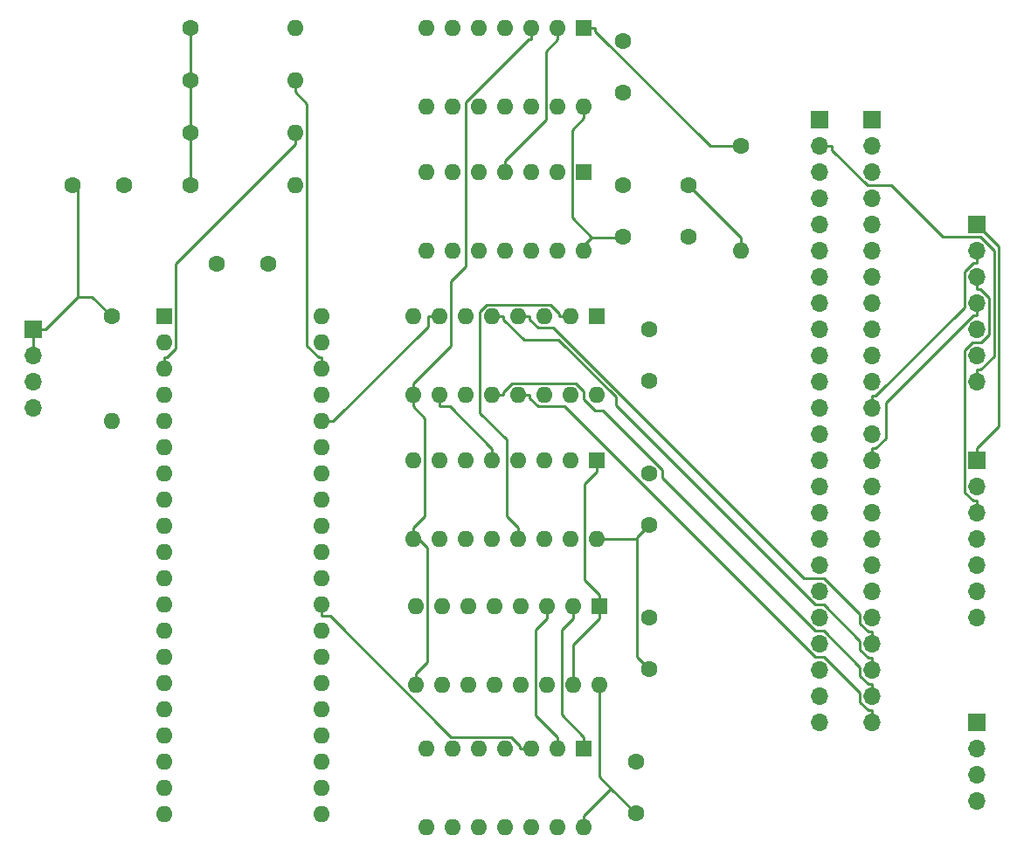
<source format=gbr>
%TF.GenerationSoftware,KiCad,Pcbnew,(5.1.6)-1*%
%TF.CreationDate,2020-08-06T22:00:50+02:00*%
%TF.ProjectId,Nes Sound Expansion,4e657320-536f-4756-9e64-20457870616e,rev?*%
%TF.SameCoordinates,Original*%
%TF.FileFunction,Copper,L2,Bot*%
%TF.FilePolarity,Positive*%
%FSLAX46Y46*%
G04 Gerber Fmt 4.6, Leading zero omitted, Abs format (unit mm)*
G04 Created by KiCad (PCBNEW (5.1.6)-1) date 2020-08-06 22:00:50*
%MOMM*%
%LPD*%
G01*
G04 APERTURE LIST*
%TA.AperFunction,ComponentPad*%
%ADD10O,1.700000X1.700000*%
%TD*%
%TA.AperFunction,ComponentPad*%
%ADD11R,1.700000X1.700000*%
%TD*%
%TA.AperFunction,ComponentPad*%
%ADD12O,1.600000X1.600000*%
%TD*%
%TA.AperFunction,ComponentPad*%
%ADD13R,1.600000X1.600000*%
%TD*%
%TA.AperFunction,ComponentPad*%
%ADD14C,1.600000*%
%TD*%
%TA.AperFunction,Conductor*%
%ADD15C,0.250000*%
%TD*%
G04 APERTURE END LIST*
D10*
%TO.P,J6,4*%
%TO.N,Net-(J6-Pad4)*%
X195580000Y-116840000D03*
%TO.P,J6,3*%
%TO.N,Net-(J6-Pad3)*%
X195580000Y-114300000D03*
%TO.P,J6,2*%
%TO.N,Net-(J6-Pad2)*%
X195580000Y-111760000D03*
D11*
%TO.P,J6,1*%
%TO.N,Net-(J6-Pad1)*%
X195580000Y-109220000D03*
%TD*%
D10*
%TO.P,J5,4*%
%TO.N,GND*%
X104140000Y-78740000D03*
%TO.P,J5,3*%
X104140000Y-76200000D03*
%TO.P,J5,2*%
%TO.N,Net-(C1-Pad1)*%
X104140000Y-73660000D03*
D11*
%TO.P,J5,1*%
X104140000Y-71120000D03*
%TD*%
D12*
%TO.P,U7,14*%
%TO.N,+5V*%
X157480000Y-49530000D03*
%TO.P,U7,7*%
%TO.N,GND*%
X142240000Y-41910000D03*
%TO.P,U7,13*%
%TO.N,N/C*%
X154940000Y-49530000D03*
%TO.P,U7,6*%
X144780000Y-41910000D03*
%TO.P,U7,12*%
X152400000Y-49530000D03*
%TO.P,U7,5*%
X147320000Y-41910000D03*
%TO.P,U7,11*%
X149860000Y-49530000D03*
%TO.P,U7,4*%
X149860000Y-41910000D03*
%TO.P,U7,10*%
X147320000Y-49530000D03*
%TO.P,U7,3*%
%TO.N,Net-(U1-Pad9)*%
X152400000Y-41910000D03*
%TO.P,U7,9*%
%TO.N,N/C*%
X144780000Y-49530000D03*
%TO.P,U7,2*%
%TO.N,Net-(U6-Pad4)*%
X154940000Y-41910000D03*
%TO.P,U7,8*%
%TO.N,N/C*%
X142240000Y-49530000D03*
D13*
%TO.P,U7,1*%
%TO.N,Net-(J1-Pad4)*%
X157480000Y-41910000D03*
%TD*%
D12*
%TO.P,U6,14*%
%TO.N,+5V*%
X157480000Y-63500000D03*
%TO.P,U6,7*%
%TO.N,GND*%
X142240000Y-55880000D03*
%TO.P,U6,13*%
%TO.N,N/C*%
X154940000Y-63500000D03*
%TO.P,U6,6*%
%TO.N,Net-(U6-Pad3)*%
X144780000Y-55880000D03*
%TO.P,U6,12*%
%TO.N,N/C*%
X152400000Y-63500000D03*
%TO.P,U6,5*%
%TO.N,Net-(U6-Pad3)*%
X147320000Y-55880000D03*
%TO.P,U6,11*%
%TO.N,N/C*%
X149860000Y-63500000D03*
%TO.P,U6,4*%
%TO.N,Net-(U6-Pad4)*%
X149860000Y-55880000D03*
%TO.P,U6,10*%
%TO.N,N/C*%
X147320000Y-63500000D03*
%TO.P,U6,3*%
%TO.N,Net-(U6-Pad3)*%
X152400000Y-55880000D03*
%TO.P,U6,9*%
%TO.N,N/C*%
X144780000Y-63500000D03*
%TO.P,U6,2*%
%TO.N,Net-(C7-Pad1)*%
X154940000Y-55880000D03*
%TO.P,U6,8*%
%TO.N,N/C*%
X142240000Y-63500000D03*
D13*
%TO.P,U6,1*%
%TO.N,Net-(C7-Pad1)*%
X157480000Y-55880000D03*
%TD*%
D12*
%TO.P,U5,16*%
%TO.N,+5V*%
X159000000Y-105590000D03*
%TO.P,U5,8*%
%TO.N,GND*%
X141220000Y-97970000D03*
%TO.P,U5,15*%
%TO.N,Net-(U1-Pad1)*%
X156460000Y-105590000D03*
%TO.P,U5,7*%
%TO.N,Net-(U5-Pad7)*%
X143760000Y-97970000D03*
%TO.P,U5,14*%
%TO.N,Net-(U5-Pad14)*%
X153920000Y-105590000D03*
%TO.P,U5,6*%
%TO.N,Net-(U5-Pad6)*%
X146300000Y-97970000D03*
%TO.P,U5,13*%
%TO.N,Net-(U5-Pad10)*%
X151380000Y-105590000D03*
%TO.P,U5,5*%
%TO.N,Net-(U4-Pad1)*%
X148840000Y-97970000D03*
%TO.P,U5,12*%
%TO.N,+5V*%
X148840000Y-105590000D03*
%TO.P,U5,4*%
%TO.N,Net-(J1-Pad5)*%
X151380000Y-97970000D03*
%TO.P,U5,11*%
%TO.N,Net-(U5-Pad11)*%
X146300000Y-105590000D03*
%TO.P,U5,3*%
%TO.N,Net-(U3-Pad27)*%
X153920000Y-97970000D03*
%TO.P,U5,10*%
%TO.N,Net-(U5-Pad10)*%
X143760000Y-105590000D03*
%TO.P,U5,2*%
%TO.N,Net-(U4-Pad1)*%
X156460000Y-97970000D03*
%TO.P,U5,9*%
%TO.N,Net-(U1-Pad9)*%
X141220000Y-105590000D03*
D13*
%TO.P,U5,1*%
%TO.N,Net-(U1-Pad1)*%
X159000000Y-97970000D03*
%TD*%
D12*
%TO.P,U4,14*%
%TO.N,+5V*%
X157480000Y-119380000D03*
%TO.P,U4,7*%
%TO.N,GND*%
X142240000Y-111760000D03*
%TO.P,U4,13*%
%TO.N,N/C*%
X154940000Y-119380000D03*
%TO.P,U4,6*%
X144780000Y-111760000D03*
%TO.P,U4,12*%
X152400000Y-119380000D03*
%TO.P,U4,5*%
X147320000Y-111760000D03*
%TO.P,U4,11*%
X149860000Y-119380000D03*
%TO.P,U4,4*%
X149860000Y-111760000D03*
%TO.P,U4,10*%
X147320000Y-119380000D03*
%TO.P,U4,3*%
%TO.N,Net-(U3-Pad29)*%
X152400000Y-111760000D03*
%TO.P,U4,9*%
%TO.N,N/C*%
X144780000Y-119380000D03*
%TO.P,U4,2*%
%TO.N,Net-(U3-Pad27)*%
X154940000Y-111760000D03*
%TO.P,U4,8*%
%TO.N,N/C*%
X142240000Y-119380000D03*
D13*
%TO.P,U4,1*%
%TO.N,Net-(U4-Pad1)*%
X157480000Y-111760000D03*
%TD*%
D12*
%TO.P,U2,16*%
%TO.N,+5V*%
X158750000Y-91440000D03*
%TO.P,U2,8*%
%TO.N,GND*%
X140970000Y-83820000D03*
%TO.P,U2,15*%
%TO.N,Net-(U2-Pad15)*%
X156210000Y-91440000D03*
%TO.P,U2,7*%
%TO.N,Net-(U2-Pad7)*%
X143510000Y-83820000D03*
%TO.P,U2,14*%
%TO.N,Net-(U2-Pad14)*%
X153670000Y-91440000D03*
%TO.P,U2,6*%
%TO.N,Net-(U2-Pad6)*%
X146050000Y-83820000D03*
%TO.P,U2,13*%
%TO.N,Net-(U1-Pad2)*%
X151130000Y-91440000D03*
%TO.P,U2,5*%
%TO.N,Net-(U1-Pad10)*%
X148590000Y-83820000D03*
%TO.P,U2,12*%
%TO.N,Net-(U1-Pad7)*%
X148590000Y-91440000D03*
%TO.P,U2,4*%
%TO.N,Net-(U1-Pad15)*%
X151130000Y-83820000D03*
%TO.P,U2,11*%
%TO.N,Net-(U2-Pad11)*%
X146050000Y-91440000D03*
%TO.P,U2,3*%
%TO.N,Net-(U2-Pad3)*%
X153670000Y-83820000D03*
%TO.P,U2,10*%
%TO.N,Net-(U2-Pad10)*%
X143510000Y-91440000D03*
%TO.P,U2,2*%
%TO.N,Net-(U2-Pad2)*%
X156210000Y-83820000D03*
%TO.P,U2,9*%
%TO.N,Net-(U1-Pad9)*%
X140970000Y-91440000D03*
D13*
%TO.P,U2,1*%
%TO.N,Net-(U1-Pad1)*%
X158750000Y-83820000D03*
%TD*%
D12*
%TO.P,U1,16*%
%TO.N,+5V*%
X158750000Y-77470000D03*
%TO.P,U1,8*%
%TO.N,GND*%
X140970000Y-69850000D03*
%TO.P,U1,15*%
%TO.N,Net-(U1-Pad15)*%
X156210000Y-77470000D03*
%TO.P,U1,7*%
%TO.N,Net-(U1-Pad7)*%
X143510000Y-69850000D03*
%TO.P,U1,14*%
%TO.N,Net-(U1-Pad14)*%
X153670000Y-77470000D03*
%TO.P,U1,6*%
%TO.N,Net-(U1-Pad6)*%
X146050000Y-69850000D03*
%TO.P,U1,13*%
%TO.N,Net-(J1-Pad24)*%
X151130000Y-77470000D03*
%TO.P,U1,5*%
%TO.N,Net-(J1-Pad22)*%
X148590000Y-69850000D03*
%TO.P,U1,12*%
%TO.N,Net-(J1-Pad23)*%
X148590000Y-77470000D03*
%TO.P,U1,4*%
%TO.N,Net-(J1-Pad21)*%
X151130000Y-69850000D03*
%TO.P,U1,11*%
%TO.N,Net-(U1-Pad11)*%
X146050000Y-77470000D03*
%TO.P,U1,3*%
%TO.N,Net-(U1-Pad3)*%
X153670000Y-69850000D03*
%TO.P,U1,10*%
%TO.N,Net-(U1-Pad10)*%
X143510000Y-77470000D03*
%TO.P,U1,2*%
%TO.N,Net-(U1-Pad2)*%
X156210000Y-69850000D03*
%TO.P,U1,9*%
%TO.N,Net-(U1-Pad9)*%
X140970000Y-77470000D03*
D13*
%TO.P,U1,1*%
%TO.N,Net-(U1-Pad1)*%
X158750000Y-69850000D03*
%TD*%
D10*
%TO.P,J4,7*%
%TO.N,Net-(J2-Pad2)*%
X195580000Y-99060000D03*
%TO.P,J4,6*%
%TO.N,Net-(J4-Pad6)*%
X195580000Y-96520000D03*
%TO.P,J4,5*%
%TO.N,Net-(J4-Pad5)*%
X195580000Y-93980000D03*
%TO.P,J4,4*%
%TO.N,Net-(J2-Pad19)*%
X195580000Y-91440000D03*
%TO.P,J4,3*%
%TO.N,Net-(J1-Pad6)*%
X195580000Y-88900000D03*
%TO.P,J4,2*%
%TO.N,Net-(J2-Pad11)*%
X195580000Y-86360000D03*
D11*
%TO.P,J4,1*%
%TO.N,Net-(J2-Pad1)*%
X195580000Y-83820000D03*
%TD*%
%TO.P,J3,1*%
%TO.N,Net-(J2-Pad1)*%
X195580000Y-60960000D03*
D10*
%TO.P,J3,2*%
%TO.N,Net-(J1-Pad12)*%
X195580000Y-63500000D03*
%TO.P,J3,3*%
%TO.N,Net-(J1-Pad6)*%
X195580000Y-66040000D03*
%TO.P,J3,4*%
%TO.N,Net-(J1-Pad14)*%
X195580000Y-68580000D03*
%TO.P,J3,5*%
%TO.N,Net-(J3-Pad5)*%
X195580000Y-71120000D03*
%TO.P,J3,6*%
%TO.N,Net-(J3-Pad6)*%
X195580000Y-73660000D03*
%TO.P,J3,7*%
%TO.N,Net-(J2-Pad2)*%
X195580000Y-76200000D03*
%TD*%
%TO.P,J2,24*%
%TO.N,Net-(J2-Pad24)*%
X180340000Y-109220000D03*
%TO.P,J2,23*%
%TO.N,Net-(J2-Pad23)*%
X180340000Y-106680000D03*
%TO.P,J2,22*%
%TO.N,Net-(J2-Pad22)*%
X180340000Y-104140000D03*
%TO.P,J2,21*%
%TO.N,Net-(J2-Pad21)*%
X180340000Y-101600000D03*
%TO.P,J2,20*%
%TO.N,Net-(J2-Pad20)*%
X180340000Y-99060000D03*
%TO.P,J2,19*%
%TO.N,Net-(J2-Pad19)*%
X180340000Y-96520000D03*
%TO.P,J2,18*%
%TO.N,Net-(J2-Pad18)*%
X180340000Y-93980000D03*
%TO.P,J2,17*%
%TO.N,Net-(J2-Pad17)*%
X180340000Y-91440000D03*
%TO.P,J2,16*%
%TO.N,Net-(J2-Pad16)*%
X180340000Y-88900000D03*
%TO.P,J2,15*%
%TO.N,Net-(J2-Pad15)*%
X180340000Y-86360000D03*
%TO.P,J2,14*%
%TO.N,Net-(J2-Pad14)*%
X180340000Y-83820000D03*
%TO.P,J2,13*%
%TO.N,Net-(J2-Pad13)*%
X180340000Y-81280000D03*
%TO.P,J2,12*%
%TO.N,Net-(J2-Pad12)*%
X180340000Y-78740000D03*
%TO.P,J2,11*%
%TO.N,Net-(J2-Pad11)*%
X180340000Y-76200000D03*
%TO.P,J2,10*%
%TO.N,Net-(J2-Pad10)*%
X180340000Y-73660000D03*
%TO.P,J2,9*%
%TO.N,Net-(J2-Pad9)*%
X180340000Y-71120000D03*
%TO.P,J2,8*%
%TO.N,Net-(J2-Pad8)*%
X180340000Y-68580000D03*
%TO.P,J2,7*%
%TO.N,Net-(J2-Pad7)*%
X180340000Y-66040000D03*
%TO.P,J2,6*%
%TO.N,Net-(J2-Pad6)*%
X180340000Y-63500000D03*
%TO.P,J2,5*%
%TO.N,Net-(J2-Pad5)*%
X180340000Y-60960000D03*
%TO.P,J2,4*%
%TO.N,Net-(J2-Pad4)*%
X180340000Y-58420000D03*
%TO.P,J2,3*%
%TO.N,Net-(J2-Pad3)*%
X180340000Y-55880000D03*
%TO.P,J2,2*%
%TO.N,Net-(J2-Pad2)*%
X180340000Y-53340000D03*
D11*
%TO.P,J2,1*%
%TO.N,Net-(J2-Pad1)*%
X180340000Y-50800000D03*
%TD*%
D14*
%TO.P,C10,2*%
%TO.N,+5V*%
X161290000Y-62150000D03*
%TO.P,C10,1*%
%TO.N,GND*%
X161290000Y-57150000D03*
%TD*%
%TO.P,C9,2*%
%TO.N,+5V*%
X161290000Y-48180000D03*
%TO.P,C9,1*%
%TO.N,GND*%
X161290000Y-43180000D03*
%TD*%
D12*
%TO.P,R6,2*%
%TO.N,Net-(C7-Pad1)*%
X172720000Y-63500000D03*
D14*
%TO.P,R6,1*%
%TO.N,Net-(J1-Pad4)*%
X172720000Y-53340000D03*
%TD*%
%TO.P,C7,2*%
%TO.N,GND*%
X167640000Y-62150000D03*
%TO.P,C7,1*%
%TO.N,Net-(C7-Pad1)*%
X167640000Y-57150000D03*
%TD*%
%TO.P,C6,2*%
%TO.N,+5V*%
X163830000Y-76120000D03*
%TO.P,C6,1*%
%TO.N,GND*%
X163830000Y-71120000D03*
%TD*%
%TO.P,C5,2*%
%TO.N,+5V*%
X163830000Y-90090000D03*
%TO.P,C5,1*%
%TO.N,GND*%
X163830000Y-85090000D03*
%TD*%
%TO.P,C4,2*%
%TO.N,+5V*%
X162560000Y-118030000D03*
%TO.P,C4,1*%
%TO.N,GND*%
X162560000Y-113030000D03*
%TD*%
%TO.P,C3,2*%
%TO.N,+5V*%
X126920000Y-64770000D03*
%TO.P,C3,1*%
%TO.N,GND*%
X121920000Y-64770000D03*
%TD*%
%TO.P,C2,2*%
%TO.N,+5V*%
X163830000Y-104060000D03*
%TO.P,C2,1*%
%TO.N,GND*%
X163830000Y-99060000D03*
%TD*%
D12*
%TO.P,U3,40*%
%TO.N,+5V*%
X132080000Y-69850000D03*
%TO.P,U3,20*%
%TO.N,Net-(U3-Pad20)*%
X116840000Y-118110000D03*
%TO.P,U3,39*%
%TO.N,Net-(U3-Pad39)*%
X132080000Y-72390000D03*
%TO.P,U3,19*%
%TO.N,Net-(U3-Pad19)*%
X116840000Y-115570000D03*
%TO.P,U3,38*%
%TO.N,Net-(R3-Pad2)*%
X132080000Y-74930000D03*
%TO.P,U3,18*%
%TO.N,Net-(U3-Pad18)*%
X116840000Y-113030000D03*
%TO.P,U3,37*%
%TO.N,Net-(U1-Pad2)*%
X132080000Y-77470000D03*
%TO.P,U3,17*%
%TO.N,Net-(U3-Pad17)*%
X116840000Y-110490000D03*
%TO.P,U3,36*%
%TO.N,Net-(U1-Pad7)*%
X132080000Y-80010000D03*
%TO.P,U3,16*%
%TO.N,Net-(U3-Pad16)*%
X116840000Y-107950000D03*
%TO.P,U3,35*%
%TO.N,Net-(U1-Pad10)*%
X132080000Y-82550000D03*
%TO.P,U3,15*%
%TO.N,Net-(U3-Pad15)*%
X116840000Y-105410000D03*
%TO.P,U3,34*%
%TO.N,Net-(U1-Pad15)*%
X132080000Y-85090000D03*
%TO.P,U3,14*%
%TO.N,Net-(U3-Pad14)*%
X116840000Y-102870000D03*
%TO.P,U3,33*%
%TO.N,Net-(U2-Pad2)*%
X132080000Y-87630000D03*
%TO.P,U3,13*%
%TO.N,Net-(U3-Pad13)*%
X116840000Y-100330000D03*
%TO.P,U3,32*%
%TO.N,Net-(U2-Pad7)*%
X132080000Y-90170000D03*
%TO.P,U3,12*%
%TO.N,Net-(U3-Pad12)*%
X116840000Y-97790000D03*
%TO.P,U3,31*%
%TO.N,Net-(U2-Pad10)*%
X132080000Y-92710000D03*
%TO.P,U3,11*%
%TO.N,Net-(U3-Pad11)*%
X116840000Y-95250000D03*
%TO.P,U3,30*%
%TO.N,Net-(U2-Pad15)*%
X132080000Y-95250000D03*
%TO.P,U3,10*%
%TO.N,Net-(U3-Pad10)*%
X116840000Y-92710000D03*
%TO.P,U3,29*%
%TO.N,Net-(U3-Pad29)*%
X132080000Y-97790000D03*
%TO.P,U3,9*%
%TO.N,Net-(U3-Pad9)*%
X116840000Y-90170000D03*
%TO.P,U3,28*%
%TO.N,+5V*%
X132080000Y-100330000D03*
%TO.P,U3,8*%
%TO.N,Net-(U3-Pad8)*%
X116840000Y-87630000D03*
%TO.P,U3,27*%
%TO.N,Net-(U3-Pad27)*%
X132080000Y-102870000D03*
%TO.P,U3,7*%
%TO.N,Net-(U3-Pad7)*%
X116840000Y-85090000D03*
%TO.P,U3,26*%
%TO.N,Net-(U3-Pad26)*%
X132080000Y-105410000D03*
%TO.P,U3,6*%
%TO.N,Net-(U3-Pad6)*%
X116840000Y-82550000D03*
%TO.P,U3,25*%
%TO.N,Net-(U3-Pad25)*%
X132080000Y-107950000D03*
%TO.P,U3,5*%
%TO.N,Net-(U3-Pad5)*%
X116840000Y-80010000D03*
%TO.P,U3,24*%
%TO.N,Net-(U3-Pad24)*%
X132080000Y-110490000D03*
%TO.P,U3,4*%
%TO.N,Net-(R2-Pad2)*%
X116840000Y-77470000D03*
%TO.P,U3,23*%
%TO.N,Net-(U3-Pad23)*%
X132080000Y-113030000D03*
%TO.P,U3,3*%
%TO.N,Net-(R1-Pad2)*%
X116840000Y-74930000D03*
%TO.P,U3,22*%
%TO.N,Net-(J2-Pad24)*%
X132080000Y-115570000D03*
%TO.P,U3,2*%
%TO.N,Net-(U3-Pad2)*%
X116840000Y-72390000D03*
%TO.P,U3,21*%
%TO.N,Net-(U3-Pad21)*%
X132080000Y-118110000D03*
D13*
%TO.P,U3,1*%
%TO.N,GND*%
X116840000Y-69850000D03*
%TD*%
D12*
%TO.P,R5,2*%
%TO.N,Net-(J2-Pad21)*%
X111760000Y-80010000D03*
D14*
%TO.P,R5,1*%
%TO.N,Net-(C1-Pad1)*%
X111760000Y-69850000D03*
%TD*%
D12*
%TO.P,R4,2*%
%TO.N,GND*%
X129540000Y-41910000D03*
D14*
%TO.P,R4,1*%
%TO.N,Net-(C1-Pad2)*%
X119380000Y-41910000D03*
%TD*%
D12*
%TO.P,R3,2*%
%TO.N,Net-(R3-Pad2)*%
X129540000Y-46990000D03*
D14*
%TO.P,R3,1*%
%TO.N,Net-(C1-Pad2)*%
X119380000Y-46990000D03*
%TD*%
D12*
%TO.P,R2,2*%
%TO.N,Net-(R2-Pad2)*%
X129540000Y-57150000D03*
D14*
%TO.P,R2,1*%
%TO.N,Net-(C1-Pad2)*%
X119380000Y-57150000D03*
%TD*%
D12*
%TO.P,R1,2*%
%TO.N,Net-(R1-Pad2)*%
X129540000Y-52070000D03*
D14*
%TO.P,R1,1*%
%TO.N,Net-(C1-Pad2)*%
X119380000Y-52070000D03*
%TD*%
D10*
%TO.P,J1,24*%
%TO.N,Net-(J1-Pad24)*%
X185420000Y-109220000D03*
%TO.P,J1,23*%
%TO.N,Net-(J1-Pad23)*%
X185420000Y-106680000D03*
%TO.P,J1,22*%
%TO.N,Net-(J1-Pad22)*%
X185420000Y-104140000D03*
%TO.P,J1,21*%
%TO.N,Net-(J1-Pad21)*%
X185420000Y-101600000D03*
%TO.P,J1,20*%
%TO.N,Net-(J1-Pad20)*%
X185420000Y-99060000D03*
%TO.P,J1,19*%
%TO.N,Net-(J1-Pad19)*%
X185420000Y-96520000D03*
%TO.P,J1,18*%
%TO.N,Net-(J1-Pad18)*%
X185420000Y-93980000D03*
%TO.P,J1,17*%
%TO.N,Net-(J1-Pad17)*%
X185420000Y-91440000D03*
%TO.P,J1,16*%
%TO.N,Net-(J1-Pad16)*%
X185420000Y-88900000D03*
%TO.P,J1,15*%
%TO.N,Net-(J1-Pad15)*%
X185420000Y-86360000D03*
%TO.P,J1,14*%
%TO.N,Net-(J1-Pad14)*%
X185420000Y-83820000D03*
%TO.P,J1,13*%
%TO.N,Net-(J1-Pad13)*%
X185420000Y-81280000D03*
%TO.P,J1,12*%
%TO.N,Net-(J1-Pad12)*%
X185420000Y-78740000D03*
%TO.P,J1,11*%
%TO.N,Net-(J1-Pad11)*%
X185420000Y-76200000D03*
%TO.P,J1,10*%
%TO.N,Net-(J1-Pad10)*%
X185420000Y-73660000D03*
%TO.P,J1,9*%
%TO.N,Net-(J1-Pad9)*%
X185420000Y-71120000D03*
%TO.P,J1,8*%
%TO.N,Net-(J1-Pad8)*%
X185420000Y-68580000D03*
%TO.P,J1,7*%
%TO.N,Net-(J1-Pad7)*%
X185420000Y-66040000D03*
%TO.P,J1,6*%
%TO.N,Net-(J1-Pad6)*%
X185420000Y-63500000D03*
%TO.P,J1,5*%
%TO.N,Net-(J1-Pad5)*%
X185420000Y-60960000D03*
%TO.P,J1,4*%
%TO.N,Net-(J1-Pad4)*%
X185420000Y-58420000D03*
%TO.P,J1,3*%
%TO.N,Net-(J1-Pad3)*%
X185420000Y-55880000D03*
%TO.P,J1,2*%
%TO.N,GND*%
X185420000Y-53340000D03*
D11*
%TO.P,J1,1*%
%TO.N,+5V*%
X185420000Y-50800000D03*
%TD*%
D14*
%TO.P,C1,2*%
%TO.N,Net-(C1-Pad2)*%
X112950000Y-57150000D03*
%TO.P,C1,1*%
%TO.N,Net-(C1-Pad1)*%
X107950000Y-57150000D03*
%TD*%
D15*
%TO.N,Net-(R1-Pad2)*%
X129540000Y-52070000D02*
X129540000Y-53195300D01*
X116840000Y-74930000D02*
X116840000Y-73804700D01*
X116840000Y-73804700D02*
X117121400Y-73804700D01*
X117121400Y-73804700D02*
X117965300Y-72960800D01*
X117965300Y-72960800D02*
X117965300Y-64770000D01*
X117965300Y-64770000D02*
X129540000Y-53195300D01*
%TO.N,Net-(C1-Pad2)*%
X119380000Y-46990000D02*
X119380000Y-41910000D01*
X119380000Y-52070000D02*
X119380000Y-46990000D01*
X119380000Y-57150000D02*
X119380000Y-52070000D01*
%TO.N,Net-(R3-Pad2)*%
X129540000Y-46990000D02*
X129540000Y-48115300D01*
X132080000Y-74930000D02*
X132080000Y-73804700D01*
X132080000Y-73804700D02*
X131798600Y-73804700D01*
X131798600Y-73804700D02*
X130665300Y-72671400D01*
X130665300Y-72671400D02*
X130665300Y-49240600D01*
X130665300Y-49240600D02*
X129540000Y-48115300D01*
%TO.N,Net-(C1-Pad1)*%
X108490300Y-67945000D02*
X105315300Y-71120000D01*
X111760000Y-69850000D02*
X109855000Y-67945000D01*
X109855000Y-67945000D02*
X108490300Y-67945000D01*
X108490300Y-67945000D02*
X108490300Y-57690300D01*
X108490300Y-57690300D02*
X107950000Y-57150000D01*
X104140000Y-71120000D02*
X105315300Y-71120000D01*
X104140000Y-71120000D02*
X104140000Y-73660000D01*
%TO.N,Net-(U1-Pad7)*%
X142384700Y-69850000D02*
X142384700Y-70830600D01*
X142384700Y-70830600D02*
X133205300Y-80010000D01*
X132080000Y-80010000D02*
X133205300Y-80010000D01*
X143510000Y-69850000D02*
X142384700Y-69850000D01*
%TO.N,Net-(U1-Pad10)*%
X143510000Y-77470000D02*
X143510000Y-78595300D01*
X148590000Y-83820000D02*
X148590000Y-82694700D01*
X143510000Y-78595300D02*
X144490600Y-78595300D01*
X144490600Y-78595300D02*
X148590000Y-82694700D01*
%TO.N,Net-(U1-Pad2)*%
X151130000Y-91440000D02*
X151130000Y-90314700D01*
X156210000Y-69850000D02*
X155084700Y-69850000D01*
X155084700Y-69850000D02*
X155084700Y-69568700D01*
X155084700Y-69568700D02*
X154228700Y-68712700D01*
X154228700Y-68712700D02*
X148077400Y-68712700D01*
X148077400Y-68712700D02*
X147414700Y-69375400D01*
X147414700Y-69375400D02*
X147414700Y-79203200D01*
X147414700Y-79203200D02*
X150004700Y-81793200D01*
X150004700Y-81793200D02*
X150004700Y-89189400D01*
X150004700Y-89189400D02*
X151130000Y-90314700D01*
%TO.N,Net-(U1-Pad1)*%
X159000000Y-97970000D02*
X159000000Y-96844700D01*
X158750000Y-83820000D02*
X158750000Y-84945300D01*
X158750000Y-84945300D02*
X157585400Y-86109900D01*
X157585400Y-86109900D02*
X157585400Y-95430100D01*
X157585400Y-95430100D02*
X159000000Y-96844700D01*
X159000000Y-97970000D02*
X159000000Y-99095300D01*
X159000000Y-99095300D02*
X156460000Y-101635300D01*
X156460000Y-101635300D02*
X156460000Y-105590000D01*
%TO.N,Net-(U3-Pad29)*%
X152400000Y-111760000D02*
X151274700Y-111760000D01*
X132080000Y-97790000D02*
X132080000Y-98915300D01*
X132080000Y-98915300D02*
X132927300Y-98915300D01*
X132927300Y-98915300D02*
X144646700Y-110634700D01*
X144646700Y-110634700D02*
X150430800Y-110634700D01*
X150430800Y-110634700D02*
X151274700Y-111478600D01*
X151274700Y-111478600D02*
X151274700Y-111760000D01*
%TO.N,Net-(J1-Pad24)*%
X151130000Y-77470000D02*
X152255300Y-77470000D01*
X185420000Y-109220000D02*
X185420000Y-108044700D01*
X185420000Y-108044700D02*
X185052600Y-108044700D01*
X185052600Y-108044700D02*
X184244700Y-107236800D01*
X184244700Y-107236800D02*
X184244700Y-106312600D01*
X184244700Y-106312600D02*
X180802100Y-102870000D01*
X180802100Y-102870000D02*
X179929000Y-102870000D01*
X179929000Y-102870000D02*
X155654300Y-78595300D01*
X155654300Y-78595300D02*
X153099200Y-78595300D01*
X153099200Y-78595300D02*
X152255300Y-77751400D01*
X152255300Y-77751400D02*
X152255300Y-77470000D01*
%TO.N,Net-(J1-Pad23)*%
X148590000Y-77470000D02*
X149715300Y-77470000D01*
X185420000Y-106680000D02*
X185420000Y-105504700D01*
X185420000Y-105504700D02*
X185052600Y-105504700D01*
X185052600Y-105504700D02*
X184244700Y-104696800D01*
X184244700Y-104696800D02*
X184244700Y-103839600D01*
X184244700Y-103839600D02*
X180735100Y-100330000D01*
X180735100Y-100330000D02*
X179913100Y-100330000D01*
X179913100Y-100330000D02*
X165092800Y-85509700D01*
X165092800Y-85509700D02*
X165092800Y-84757800D01*
X165092800Y-84757800D02*
X159348100Y-79013100D01*
X159348100Y-79013100D02*
X158619600Y-79013100D01*
X158619600Y-79013100D02*
X157480000Y-77873500D01*
X157480000Y-77873500D02*
X157480000Y-77140900D01*
X157480000Y-77140900D02*
X156683800Y-76344700D01*
X156683800Y-76344700D02*
X150559200Y-76344700D01*
X150559200Y-76344700D02*
X149715300Y-77188600D01*
X149715300Y-77188600D02*
X149715300Y-77470000D01*
%TO.N,Net-(J1-Pad22)*%
X148590000Y-69850000D02*
X149715300Y-69850000D01*
X185420000Y-104140000D02*
X185420000Y-102964700D01*
X185420000Y-102964700D02*
X185052600Y-102964700D01*
X185052600Y-102964700D02*
X184244700Y-102156800D01*
X184244700Y-102156800D02*
X184244700Y-101289000D01*
X184244700Y-101289000D02*
X180745700Y-97790000D01*
X180745700Y-97790000D02*
X179901100Y-97790000D01*
X179901100Y-97790000D02*
X160581400Y-78470300D01*
X160581400Y-78470300D02*
X160581400Y-77660200D01*
X160581400Y-77660200D02*
X155026500Y-72105300D01*
X155026500Y-72105300D02*
X151689300Y-72105300D01*
X151689300Y-72105300D02*
X149715300Y-70131300D01*
X149715300Y-70131300D02*
X149715300Y-69850000D01*
%TO.N,Net-(J1-Pad21)*%
X185420000Y-100424700D02*
X185052600Y-100424700D01*
X185052600Y-100424700D02*
X184244700Y-99616800D01*
X184244700Y-99616800D02*
X184244700Y-98692200D01*
X184244700Y-98692200D02*
X180802500Y-95250000D01*
X180802500Y-95250000D02*
X178808100Y-95250000D01*
X178808100Y-95250000D02*
X154533400Y-70975300D01*
X154533400Y-70975300D02*
X153099200Y-70975300D01*
X153099200Y-70975300D02*
X152255300Y-70131400D01*
X152255300Y-70131400D02*
X152255300Y-69850000D01*
X151130000Y-69850000D02*
X152255300Y-69850000D01*
X185420000Y-101600000D02*
X185420000Y-100424700D01*
%TO.N,Net-(J1-Pad14)*%
X185420000Y-82644700D02*
X185787400Y-82644700D01*
X185787400Y-82644700D02*
X186781900Y-81650200D01*
X186781900Y-81650200D02*
X186781900Y-78186100D01*
X186781900Y-78186100D02*
X195212700Y-69755300D01*
X195212700Y-69755300D02*
X195580000Y-69755300D01*
X195580000Y-68580000D02*
X195580000Y-69755300D01*
X185420000Y-83820000D02*
X185420000Y-82644700D01*
%TO.N,Net-(J1-Pad12)*%
X195580000Y-63500000D02*
X195580000Y-64675300D01*
X185420000Y-78740000D02*
X185420000Y-77564700D01*
X185420000Y-77564700D02*
X185787400Y-77564700D01*
X185787400Y-77564700D02*
X194404700Y-68947400D01*
X194404700Y-68947400D02*
X194404700Y-65483200D01*
X194404700Y-65483200D02*
X195212600Y-64675300D01*
X195212600Y-64675300D02*
X195580000Y-64675300D01*
%TO.N,Net-(J1-Pad6)*%
X195580000Y-88900000D02*
X195580000Y-87724700D01*
X195580000Y-66040000D02*
X195580000Y-67215300D01*
X195580000Y-67215300D02*
X195947300Y-67215300D01*
X195947300Y-67215300D02*
X196786100Y-68054100D01*
X196786100Y-68054100D02*
X196786100Y-71582800D01*
X196786100Y-71582800D02*
X195978900Y-72390000D01*
X195978900Y-72390000D02*
X195134700Y-72390000D01*
X195134700Y-72390000D02*
X194404700Y-73120000D01*
X194404700Y-73120000D02*
X194404700Y-86916800D01*
X194404700Y-86916800D02*
X195212600Y-87724700D01*
X195212600Y-87724700D02*
X195580000Y-87724700D01*
%TO.N,Net-(J1-Pad4)*%
X157480000Y-41910000D02*
X158605300Y-41910000D01*
X172720000Y-53340000D02*
X169754000Y-53340000D01*
X169754000Y-53340000D02*
X158605300Y-42191300D01*
X158605300Y-42191300D02*
X158605300Y-41910000D01*
%TO.N,Net-(U3-Pad27)*%
X153920000Y-97970000D02*
X153920000Y-99095300D01*
X154940000Y-111760000D02*
X154940000Y-110634700D01*
X154940000Y-110634700D02*
X152794700Y-108489400D01*
X152794700Y-108489400D02*
X152794700Y-100220600D01*
X152794700Y-100220600D02*
X153920000Y-99095300D01*
%TO.N,Net-(U4-Pad1)*%
X157480000Y-111760000D02*
X157480000Y-110634700D01*
X156460000Y-97970000D02*
X156460000Y-99095300D01*
X156460000Y-99095300D02*
X155327000Y-100228300D01*
X155327000Y-100228300D02*
X155327000Y-108481700D01*
X155327000Y-108481700D02*
X157480000Y-110634700D01*
%TO.N,Net-(C7-Pad1)*%
X172720000Y-63500000D02*
X172720000Y-62230000D01*
X172720000Y-62230000D02*
X167640000Y-57150000D01*
%TO.N,Net-(U1-Pad9)*%
X141220000Y-105590000D02*
X141220000Y-104464700D01*
X140970000Y-90877300D02*
X142345300Y-92252600D01*
X142345300Y-92252600D02*
X142345300Y-103339400D01*
X142345300Y-103339400D02*
X141220000Y-104464700D01*
X140970000Y-90877300D02*
X140970000Y-90314700D01*
X140970000Y-91440000D02*
X140970000Y-90877300D01*
X140970000Y-77470000D02*
X140970000Y-78595300D01*
X140970000Y-78595300D02*
X142095300Y-79720600D01*
X142095300Y-79720600D02*
X142095300Y-89189400D01*
X142095300Y-89189400D02*
X140970000Y-90314700D01*
X140970000Y-76921800D02*
X140970000Y-77470000D01*
X140970000Y-76921800D02*
X140970000Y-76344700D01*
X152400000Y-41910000D02*
X152400000Y-43035300D01*
X140970000Y-76344700D02*
X144637800Y-72676900D01*
X144637800Y-72676900D02*
X144637800Y-66410500D01*
X144637800Y-66410500D02*
X146050000Y-64998300D01*
X146050000Y-64998300D02*
X146050000Y-49104000D01*
X146050000Y-49104000D02*
X152118700Y-43035300D01*
X152118700Y-43035300D02*
X152400000Y-43035300D01*
%TO.N,Net-(U6-Pad4)*%
X154940000Y-41910000D02*
X154940000Y-43035300D01*
X149860000Y-55880000D02*
X149860000Y-54754700D01*
X149860000Y-54754700D02*
X153814700Y-50800000D01*
X153814700Y-50800000D02*
X153814700Y-44160600D01*
X153814700Y-44160600D02*
X154940000Y-43035300D01*
%TO.N,+5V*%
X158235700Y-62181600D02*
X156354700Y-60300600D01*
X156354700Y-60300600D02*
X156354700Y-51780600D01*
X156354700Y-51780600D02*
X157480000Y-50655300D01*
X161290000Y-62150000D02*
X161258400Y-62181600D01*
X161258400Y-62181600D02*
X158235700Y-62181600D01*
X157480000Y-62937300D02*
X158235700Y-62181600D01*
X157480000Y-49530000D02*
X157480000Y-50655300D01*
X157480000Y-63500000D02*
X157480000Y-62937300D01*
X162662900Y-91440000D02*
X162662900Y-102892900D01*
X162662900Y-102892900D02*
X163830000Y-104060000D01*
X163830000Y-90090000D02*
X162662900Y-91257100D01*
X162662900Y-91257100D02*
X162662900Y-91440000D01*
X162662900Y-91440000D02*
X159875300Y-91440000D01*
X158750000Y-91440000D02*
X159875300Y-91440000D01*
X160132400Y-115602300D02*
X162560000Y-118030000D01*
X159000000Y-105590000D02*
X159000000Y-114470000D01*
X159000000Y-114470000D02*
X160132400Y-115602300D01*
X160132400Y-115602300D02*
X157480000Y-118254700D01*
X157480000Y-119380000D02*
X157480000Y-118254700D01*
%TO.N,Net-(J2-Pad2)*%
X195580000Y-76200000D02*
X195580000Y-75024700D01*
X180340000Y-53340000D02*
X181515300Y-53340000D01*
X181515300Y-53340000D02*
X181515300Y-53707300D01*
X181515300Y-53707300D02*
X184958000Y-57150000D01*
X184958000Y-57150000D02*
X187327800Y-57150000D01*
X187327800Y-57150000D02*
X192313200Y-62135400D01*
X192313200Y-62135400D02*
X195904100Y-62135400D01*
X195904100Y-62135400D02*
X197236500Y-63467800D01*
X197236500Y-63467800D02*
X197236500Y-73735500D01*
X197236500Y-73735500D02*
X195947300Y-75024700D01*
X195947300Y-75024700D02*
X195580000Y-75024700D01*
%TO.N,Net-(J2-Pad1)*%
X195580000Y-83820000D02*
X195580000Y-82644700D01*
X195580000Y-60960000D02*
X197686900Y-63066900D01*
X197686900Y-63066900D02*
X197686900Y-80537800D01*
X197686900Y-80537800D02*
X195580000Y-82644700D01*
%TD*%
M02*

</source>
